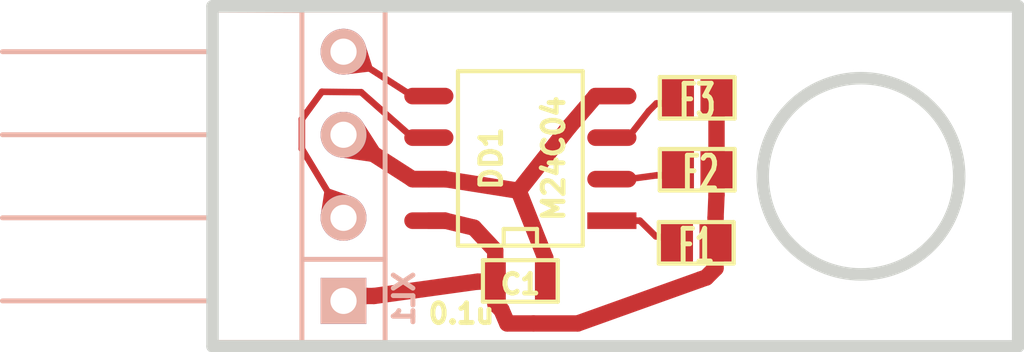
<source format=kicad_pcb>
(kicad_pcb (version 3) (host pcbnew "(2013-07-07 BZR 4022)-stable")

  (general
    (links 13)
    (no_connects 0)
    (area 120.209499 93.409499 145.190501 104.190501)
    (thickness 1.6002)
    (drawings 5)
    (tracks 79)
    (zones 0)
    (modules 6)
    (nets 8)
  )

  (page A4)
  (layers
    (15 Front signal)
    (0 Back signal)
    (16 B.Adhes user)
    (17 F.Adhes user)
    (18 B.Paste user)
    (19 F.Paste user)
    (20 B.SilkS user)
    (21 F.SilkS user)
    (22 B.Mask user)
    (23 F.Mask user)
    (24 Dwgs.User user)
    (25 Cmts.User user)
    (26 Eco1.User user)
    (27 Eco2.User user)
    (28 Edge.Cuts user)
  )

  (setup
    (last_trace_width 0.2)
    (trace_clearance 0.2)
    (zone_clearance 0.29972)
    (zone_45_only no)
    (trace_min 0.18034)
    (segment_width 0.381)
    (edge_width 0.381)
    (via_size 0.9)
    (via_drill 0.4)
    (via_min_size 0.8001)
    (via_min_drill 0.35052)
    (uvia_size 0.508)
    (uvia_drill 0.127)
    (uvias_allowed no)
    (uvia_min_size 0.508)
    (uvia_min_drill 0.127)
    (pcb_text_width 0.3048)
    (pcb_text_size 1.524 2.032)
    (mod_edge_width 0.15)
    (mod_text_size 1.524 1.524)
    (mod_text_width 0.3048)
    (pad_size 1.4 1.4)
    (pad_drill 0.8)
    (pad_to_mask_clearance 0.1)
    (aux_axis_origin 0 0)
    (visible_elements 7FFFFFFF)
    (pcbplotparams
      (layerselection 276856832)
      (usegerberextensions true)
      (excludeedgelayer true)
      (linewidth 0.150000)
      (plotframeref false)
      (viasonmask false)
      (mode 1)
      (useauxorigin false)
      (hpglpennumber 1)
      (hpglpenspeed 20)
      (hpglpendiameter 15)
      (hpglpenoverlay 0)
      (psnegative false)
      (psa4output false)
      (plotreference true)
      (plotvalue true)
      (plotothertext true)
      (plotinvisibletext true)
      (padsonsilk false)
      (subtractmaskfromsilk false)
      (outputformat 1)
      (mirror false)
      (drillshape 0)
      (scaleselection 1)
      (outputdirectory Gerber))
  )

  (net 0 "")
  (net 1 +3.3V)
  (net 2 /1)
  (net 3 /2)
  (net 4 /3)
  (net 5 /I2C_SCL)
  (net 6 /I2C_SDA)
  (net 7 GND)

  (net_class Default "This is the default net class."
    (clearance 0.2)
    (trace_width 0.2)
    (via_dia 0.9)
    (via_drill 0.4)
    (uvia_dia 0.508)
    (uvia_drill 0.127)
    (add_net "")
    (add_net /1)
    (add_net /2)
    (add_net /3)
    (add_net /I2C_SCL)
    (add_net /I2C_SDA)
  )

  (net_class Wide ""
    (clearance 0.2)
    (trace_width 0.5)
    (via_dia 0.9)
    (via_drill 0.4)
    (uvia_dia 0.508)
    (uvia_drill 0.127)
    (add_net +3.3V)
    (add_net GND)
  )

  (module SO8E (layer Front) (tedit 4DD9871C) (tstamp 51668323)
    (at 129.8 98.2524 90)
    (descr "module CMS SOJ 8 pins etroit")
    (tags "CMS SOJ")
    (path /504343E1)
    (attr smd)
    (fp_text reference DD1 (at 0 -0.889 90) (layer F.SilkS)
      (effects (font (size 0.635 0.635) (thickness 0.14986)))
    )
    (fp_text value M24C04 (at 0 1.016 90) (layer F.SilkS)
      (effects (font (size 0.635 0.635) (thickness 0.14986)))
    )
    (fp_line (start -2.667 1.778) (end -2.667 1.905) (layer F.SilkS) (width 0.127))
    (fp_line (start -2.667 1.905) (end 2.667 1.905) (layer F.SilkS) (width 0.127))
    (fp_line (start 2.667 -1.905) (end -2.667 -1.905) (layer F.SilkS) (width 0.127))
    (fp_line (start -2.667 -1.905) (end -2.667 1.778) (layer F.SilkS) (width 0.127))
    (fp_line (start -2.667 -0.508) (end -2.159 -0.508) (layer F.SilkS) (width 0.127))
    (fp_line (start -2.159 -0.508) (end -2.159 0.508) (layer F.SilkS) (width 0.127))
    (fp_line (start -2.159 0.508) (end -2.667 0.508) (layer F.SilkS) (width 0.127))
    (fp_line (start 2.667 -1.905) (end 2.667 1.905) (layer F.SilkS) (width 0.127))
    (pad 8 smd oval (at -1.905 -2.794 90) (size 0.508 1.50114)
      (layers Front F.Paste F.Mask)
      (net 1 +3.3V)
    )
    (pad 1 smd rect (at -1.905 2.794 90) (size 0.508 1.50114)
      (layers Front F.Paste F.Mask)
      (net 2 /1)
    )
    (pad 7 smd oval (at -0.635 -2.794 90) (size 0.508 1.50114)
      (layers Front F.Paste F.Mask)
      (net 7 GND)
    )
    (pad 6 smd oval (at 0.635 -2.794 90) (size 0.508 1.50114)
      (layers Front F.Paste F.Mask)
      (net 5 /I2C_SCL)
    )
    (pad 5 smd oval (at 1.905 -2.794 90) (size 0.508 1.50114)
      (layers Front F.Paste F.Mask)
      (net 6 /I2C_SDA)
    )
    (pad 2 smd oval (at -0.635 2.794 90) (size 0.508 1.50114)
      (layers Front F.Paste F.Mask)
      (net 3 /2)
    )
    (pad 3 smd oval (at 0.635 2.794 90) (size 0.508 1.50114)
      (layers Front F.Paste F.Mask)
      (net 4 /3)
    )
    (pad 4 smd oval (at 1.905 2.794 90) (size 0.508 1.50114)
      (layers Front F.Paste F.Mask)
      (net 7 GND)
    )
    (model smd/cms_so8.wrl
      (at (xyz 0 0 0))
      (scale (xyz 0.5 0.32 0.5))
      (rotate (xyz 0 0 0))
    )
  )

  (module SMD0603_FUSE (layer Front) (tedit 516684B8) (tstamp 505714FC)
    (at 135.1705 100.8346)
    (path /505712FC)
    (attr smd)
    (fp_text reference F1 (at 0 0.1) (layer F.SilkS)
      (effects (font (size 1.00076 0.59944) (thickness 0.14986)))
    )
    (fp_text value FUSE0R (at 0 0) (layer F.SilkS) hide
      (effects (font (size 0.7112 0.4572) (thickness 0.1143)))
    )
    (fp_line (start -1.143 -0.635) (end 1.143 -0.635) (layer F.SilkS) (width 0.127))
    (fp_line (start 1.143 -0.635) (end 1.143 0.635) (layer F.SilkS) (width 0.127))
    (fp_line (start 1.143 0.635) (end -1.143 0.635) (layer F.SilkS) (width 0.127))
    (fp_line (start -1.143 0.635) (end -1.143 -0.635) (layer F.SilkS) (width 0.127))
    (pad 1 smd rect (at -0.58928 0) (size 0.98044 1.143)
      (layers Front F.Paste F.Mask)
      (net 2 /1)
    )
    (pad 2 smd rect (at 0.58928 0) (size 0.98044 1.143)
      (layers Front F.Paste F.Mask)
      (net 1 +3.3V)
    )
    (model wings\smd\capacitors\C0603.wrl
      (at (xyz 0 0 0))
      (scale (xyz 1 1 1))
      (rotate (xyz 0 0 0))
    )
  )

  (module SMD0603_FUSE (layer Front) (tedit 516684B9) (tstamp 505714FE)
    (at 135.2 98.6)
    (path /5057130E)
    (attr smd)
    (fp_text reference F2 (at 0.1 0.1) (layer F.SilkS)
      (effects (font (size 1.00076 0.59944) (thickness 0.14986)))
    )
    (fp_text value FUSE0R (at 0 0) (layer F.SilkS) hide
      (effects (font (size 0.7112 0.4572) (thickness 0.1143)))
    )
    (fp_line (start -1.143 -0.635) (end 1.143 -0.635) (layer F.SilkS) (width 0.127))
    (fp_line (start 1.143 -0.635) (end 1.143 0.635) (layer F.SilkS) (width 0.127))
    (fp_line (start 1.143 0.635) (end -1.143 0.635) (layer F.SilkS) (width 0.127))
    (fp_line (start -1.143 0.635) (end -1.143 -0.635) (layer F.SilkS) (width 0.127))
    (pad 1 smd rect (at -0.58928 0) (size 0.98044 1.143)
      (layers Front F.Paste F.Mask)
      (net 3 /2)
    )
    (pad 2 smd rect (at 0.58928 0) (size 0.98044 1.143)
      (layers Front F.Paste F.Mask)
      (net 1 +3.3V)
    )
    (model wings\smd\capacitors\C0603.wrl
      (at (xyz 0 0 0))
      (scale (xyz 1 1 1))
      (rotate (xyz 0 0 0))
    )
  )

  (module SMD0603_FUSE (layer Front) (tedit 516684BC) (tstamp 50571500)
    (at 135.2 96.4)
    (path /50571311)
    (attr smd)
    (fp_text reference F3 (at 0 0.1) (layer F.SilkS)
      (effects (font (size 1.00076 0.59944) (thickness 0.14986)))
    )
    (fp_text value FUSE0R (at 0 0) (layer F.SilkS) hide
      (effects (font (size 0.7112 0.4572) (thickness 0.1143)))
    )
    (fp_line (start -1.143 -0.635) (end 1.143 -0.635) (layer F.SilkS) (width 0.127))
    (fp_line (start 1.143 -0.635) (end 1.143 0.635) (layer F.SilkS) (width 0.127))
    (fp_line (start 1.143 0.635) (end -1.143 0.635) (layer F.SilkS) (width 0.127))
    (fp_line (start -1.143 0.635) (end -1.143 -0.635) (layer F.SilkS) (width 0.127))
    (pad 1 smd rect (at -0.58928 0) (size 0.98044 1.143)
      (layers Front F.Paste F.Mask)
      (net 4 /3)
    )
    (pad 2 smd rect (at 0.58928 0) (size 0.98044 1.143)
      (layers Front F.Paste F.Mask)
      (net 1 +3.3V)
    )
    (model wings\smd\capacitors\C0603.wrl
      (at (xyz 0 0 0))
      (scale (xyz 1 1 1))
      (rotate (xyz 0 0 0))
    )
  )

  (module CAP_0603 (layer Front) (tedit 516684A8) (tstamp 5166830E)
    (at 129.8 102)
    (path /504343DE)
    (attr smd)
    (fp_text reference C1 (at 0 0.1) (layer F.SilkS)
      (effects (font (size 0.59944 0.59944) (thickness 0.14986)))
    )
    (fp_text value 0.1u (at -1.8 1) (layer F.SilkS)
      (effects (font (size 0.59944 0.59944) (thickness 0.14986)))
    )
    (fp_line (start -1.143 -0.635) (end 1.143 -0.635) (layer F.SilkS) (width 0.127))
    (fp_line (start 1.143 -0.635) (end 1.143 0.635) (layer F.SilkS) (width 0.127))
    (fp_line (start 1.143 0.635) (end -1.143 0.635) (layer F.SilkS) (width 0.127))
    (fp_line (start -1.143 0.635) (end -1.143 -0.635) (layer F.SilkS) (width 0.127))
    (pad 1 smd rect (at -0.762 0) (size 0.635 1.143)
      (layers Front F.Paste F.Mask)
      (net 1 +3.3V)
    )
    (pad 2 smd rect (at 0.762 0) (size 0.635 1.143)
      (layers Front F.Paste F.Mask)
      (net 7 GND)
    )
    (model 3d\c_0603.wrl
      (at (xyz 0 0 0))
      (scale (xyz 1 1 1))
      (rotate (xyz 0 0 0))
    )
  )

  (module CONN_PLS-4R (layer Back) (tedit 532B5ADF) (tstamp 532B5B4B)
    (at 124.4 98.8 90)
    (descr "Single-line connector 4-pin Right angle")
    (path /51665C75)
    (fp_text reference XL1 (at -3.74904 1.84912 90) (layer B.SilkS)
      (effects (font (size 0.6 0.6) (thickness 0.15)) (justify mirror))
    )
    (fp_text value CONN_4 (at 3.59918 1.84912 90) (layer B.SilkS) hide
      (effects (font (size 0.635 0.635) (thickness 0.16002)) (justify mirror))
    )
    (fp_line (start 3.81 -4.064) (end 3.81 -10.414) (layer B.SilkS) (width 0.15))
    (fp_line (start 1.27 -4.064) (end 1.27 -10.414) (layer B.SilkS) (width 0.15))
    (fp_line (start -3.81 -4.064) (end -3.81 -10.414) (layer B.SilkS) (width 0.15))
    (fp_line (start -1.27 -4.064) (end -1.27 -10.414) (layer B.SilkS) (width 0.15))
    (fp_line (start -5.08 -1.26) (end -5.08 -4) (layer B.SilkS) (width 0.15))
    (fp_line (start -5.08 -4) (end 5.08 -4) (layer B.SilkS) (width 0.15))
    (fp_line (start 5.08 -4) (end 5.07 -1.26) (layer B.SilkS) (width 0.15))
    (fp_line (start -2.54 1.27) (end -2.54 -1.27) (layer B.SilkS) (width 0.15))
    (fp_line (start -5.08 1.27) (end 5.08 1.27) (layer B.SilkS) (width 0.15))
    (fp_line (start 5.08 1.27) (end 5.08 -1.27) (layer B.SilkS) (width 0.15))
    (fp_line (start 5.08 -1.27) (end -5.08 -1.27) (layer B.SilkS) (width 0.15))
    (fp_line (start -5.08 -1.27) (end -5.08 1.27) (layer B.SilkS) (width 0.15))
    (pad 1 thru_hole rect (at -3.81 0 90) (size 1.4 1.4) (drill 0.8)
      (layers *.Cu *.Mask B.SilkS)
      (net 1 +3.3V)
    )
    (pad 2 thru_hole circle (at -1.27 0 90) (size 1.4 1.4) (drill 0.8)
      (layers *.Cu *.Mask B.SilkS)
      (net 5 /I2C_SCL)
    )
    (pad 3 thru_hole circle (at 1.27 0 90) (size 1.4 1.4) (drill 0.8)
      (layers *.Cu *.Mask B.SilkS)
      (net 7 GND)
    )
    (pad 4 thru_hole circle (at 3.81 0 90) (size 1.4 1.4) (drill 0.8)
      (layers *.Cu *.Mask B.SilkS)
      (net 6 /I2C_SDA)
    )
  )

  (gr_line (start 120.4 104) (end 120.4 93.6) (angle 90) (layer Edge.Cuts) (width 0.381))
  (gr_line (start 145 104) (end 120.4 104) (angle 90) (layer Edge.Cuts) (width 0.381))
  (gr_line (start 145 93.6) (end 145 104) (angle 90) (layer Edge.Cuts) (width 0.381))
  (gr_line (start 120.4 93.6) (end 145 93.6) (angle 90) (layer Edge.Cuts) (width 0.381))
  (gr_circle (center 140.2 98.8) (end 137.2 98.8) (layer Edge.Cuts) (width 0.381))

  (segment (start 135.7893 96.7215) (end 135.7893 96.4) (width 0.5) (layer Front) (net 1))
  (segment (start 135.7893 96.9715) (end 135.7893 96.7215) (width 0.5) (layer Front) (net 1))
  (segment (start 135.7893 98.0285) (end 135.7893 96.9715) (width 0.5) (layer Front) (net 1))
  (segment (start 135.7893 98.2785) (end 135.7893 98.0285) (width 0.5) (layer Front) (net 1))
  (segment (start 135.7893 98.6) (end 135.7893 98.2785) (width 0.5) (layer Front) (net 1))
  (segment (start 135.7893 98.9215) (end 135.7893 98.6) (width 0.5) (layer Front) (net 1))
  (segment (start 135.7893 99.1715) (end 135.7893 98.9215) (width 0.5) (layer Front) (net 1))
  (segment (start 135.7893 99.3745) (end 135.7893 99.1715) (width 0.5) (layer Front) (net 1))
  (segment (start 135.7598 100.0601) (end 135.7893 99.3745) (width 0.5) (layer Front) (net 1))
  (segment (start 135.7598 100.2631) (end 135.7598 100.0601) (width 0.5) (layer Front) (net 1))
  (segment (start 135.7598 100.5131) (end 135.7598 100.2631) (width 0.5) (layer Front) (net 1))
  (segment (start 135.7598 100.8346) (end 135.7598 100.5131) (width 0.5) (layer Front) (net 1))
  (segment (start 135.7598 101.1561) (end 135.7598 100.8346) (width 0.5) (layer Front) (net 1))
  (segment (start 135.7598 101.4061) (end 135.7598 101.1561) (width 0.5) (layer Front) (net 1))
  (segment (start 135.7598 101.6091) (end 135.7598 101.4061) (width 0.5) (layer Front) (net 1))
  (segment (start 135.4726 101.8963) (end 135.7598 101.6091) (width 0.5) (layer Front) (net 1))
  (segment (start 135.2993 101.9562) (end 135.4726 101.8963) (width 0.5) (layer Front) (net 1))
  (segment (start 131.55 103.3) (end 135.2993 101.9562) (width 0.5) (layer Front) (net 1))
  (segment (start 130.2 103.3) (end 131.55 103.3) (width 0.5) (layer Front) (net 1))
  (segment (start 129.4 103.3) (end 130.2 103.3) (width 0.5) (layer Front) (net 1))
  (segment (start 129.224 102.889) (end 129.4 103.3) (width 0.5) (layer Front) (net 1))
  (segment (start 129.038 102.703) (end 129.224 102.889) (width 0.5) (layer Front) (net 1))
  (segment (start 129.038 102.5715) (end 129.038 102.703) (width 0.5) (layer Front) (net 1))
  (segment (start 129.038 102.3215) (end 129.038 102.5715) (width 0.5) (layer Front) (net 1))
  (segment (start 129.038 102) (end 129.038 102.3215) (width 0.5) (layer Front) (net 1))
  (segment (start 127.5026 100.1574) (end 127.006 100.1574) (width 0.5) (layer Front) (net 1))
  (segment (start 128.3827 100.3706) (end 127.5026 100.1574) (width 0.5) (layer Front) (net 1))
  (segment (start 129.0322 101.0691) (end 128.3827 100.3706) (width 0.5) (layer Front) (net 1))
  (segment (start 129.038 102) (end 129.0322 101.0691) (width 0.5) (layer Front) (net 1))
  (segment (start 128.9705 102.0214) (end 129.038 102) (width 0.5) (layer Front) (net 1))
  (segment (start 128.7205 102.0214) (end 128.9705 102.0214) (width 0.5) (layer Front) (net 1))
  (segment (start 128.4926 102.0214) (end 128.7205 102.0214) (width 0.5) (layer Front) (net 1))
  (segment (start 125.3277 102.4603) (end 128.4926 102.0214) (width 0.5) (layer Front) (net 1))
  (segment (start 125.0998 102.4603) (end 125.3277 102.4603) (width 0.5) (layer Front) (net 1))
  (segment (start 124.8498 102.4603) (end 125.0998 102.4603) (width 0.5) (layer Front) (net 1))
  (segment (start 124.4 102.61) (end 124.8498 102.4603) (width 0.5) (layer Front) (net 1))
  (segment (start 133.2446 100.1574) (end 132.594 100.1574) (width 0.2) (layer Front) (net 2))
  (segment (start 133.3446 100.1574) (end 133.2446 100.1574) (width 0.2) (layer Front) (net 2))
  (segment (start 133.4498 100.1574) (end 133.3446 100.1574) (width 0.2) (layer Front) (net 2))
  (segment (start 133.9364 100.6363) (end 133.4498 100.1574) (width 0.2) (layer Front) (net 2))
  (segment (start 134.091 100.6632) (end 133.9364 100.6363) (width 0.2) (layer Front) (net 2))
  (segment (start 134.191 100.6632) (end 134.091 100.6632) (width 0.2) (layer Front) (net 2))
  (segment (start 134.5812 100.8346) (end 134.191 100.6632) (width 0.2) (layer Front) (net 2))
  (segment (start 133.0906 98.8874) (end 132.594 98.8874) (width 0.2) (layer Front) (net 3))
  (segment (start 133.9548 98.7714) (end 133.0906 98.8874) (width 0.2) (layer Front) (net 3))
  (segment (start 134.1205 98.7714) (end 133.9548 98.7714) (width 0.2) (layer Front) (net 3))
  (segment (start 134.2205 98.7714) (end 134.1205 98.7714) (width 0.2) (layer Front) (net 3))
  (segment (start 134.6107 98.6) (end 134.2205 98.7714) (width 0.2) (layer Front) (net 3))
  (segment (start 133.0906 97.6174) (end 132.594 97.6174) (width 0.2) (layer Front) (net 4))
  (segment (start 133.7204 96.8058) (end 133.0906 97.6174) (width 0.2) (layer Front) (net 4))
  (segment (start 133.9548 96.5714) (end 133.7204 96.8058) (width 0.2) (layer Front) (net 4))
  (segment (start 134.1205 96.5714) (end 133.9548 96.5714) (width 0.2) (layer Front) (net 4))
  (segment (start 134.2205 96.5714) (end 134.1205 96.5714) (width 0.2) (layer Front) (net 4))
  (segment (start 134.6107 96.4) (end 134.2205 96.5714) (width 0.2) (layer Front) (net 4))
  (segment (start 123.9148 99.2652) (end 124.5978 99.5038) (width 0.2) (layer Front) (net 5))
  (segment (start 123.9148 99.2652) (end 123.807 99.9806) (width 0.2) (layer Front) (net 5))
  (segment (start 126.5094 97.6174) (end 127.006 97.6174) (width 0.2) (layer Front) (net 5))
  (segment (start 124.9394 96.2289) (end 126.5094 97.6174) (width 0.2) (layer Front) (net 5))
  (segment (start 123.7386 96.2166) (end 124.9394 96.2289) (width 0.2) (layer Front) (net 5))
  (segment (start 123.1286 97.0499) (end 123.7386 96.2166) (width 0.2) (layer Front) (net 5))
  (segment (start 123.1286 97.9611) (end 123.1286 97.0499) (width 0.2) (layer Front) (net 5))
  (segment (start 124.4 100.07) (end 123.1286 97.9611) (width 0.2) (layer Front) (net 5))
  (segment (start 125.1902 95.4985) (end 124.472 95.5853) (width 0.2) (layer Front) (net 6))
  (segment (start 125.1902 95.4985) (end 124.9716 94.8089) (width 0.2) (layer Front) (net 6))
  (segment (start 126.5094 96.3474) (end 127.006 96.3474) (width 0.2) (layer Front) (net 6))
  (segment (start 124.4 94.99) (end 126.5094 96.3474) (width 0.2) (layer Front) (net 6))
  (segment (start 125.3076 98.114) (end 124.3364 97.9752) (width 0.5) (layer Front) (net 7))
  (segment (start 125.3076 98.114) (end 124.7788 97.2876) (width 0.5) (layer Front) (net 7))
  (segment (start 132.0974 96.3474) (end 132.594 96.3474) (width 0.5) (layer Front) (net 7))
  (segment (start 131.2933 97.2843) (end 132.0974 96.3474) (width 0.5) (layer Front) (net 7))
  (segment (start 129.7458 99.2428) (end 131.2933 97.2843) (width 0.5) (layer Front) (net 7))
  (segment (start 130.562 101.6785) (end 130.562 102) (width 0.5) (layer Front) (net 7))
  (segment (start 130.562 101.4285) (end 130.562 101.6785) (width 0.5) (layer Front) (net 7))
  (segment (start 130.562 101.297) (end 130.562 101.4285) (width 0.5) (layer Front) (net 7))
  (segment (start 129.7458 99.2428) (end 130.562 101.297) (width 0.5) (layer Front) (net 7))
  (segment (start 127.5026 98.8874) (end 129.7458 99.2428) (width 0.5) (layer Front) (net 7))
  (segment (start 127.006 98.8874) (end 127.5026 98.8874) (width 0.5) (layer Front) (net 7))
  (segment (start 126.5094 98.8874) (end 127.006 98.8874) (width 0.5) (layer Front) (net 7))
  (segment (start 124.4 97.53) (end 126.5094 98.8874) (width 0.5) (layer Front) (net 7))

)

</source>
